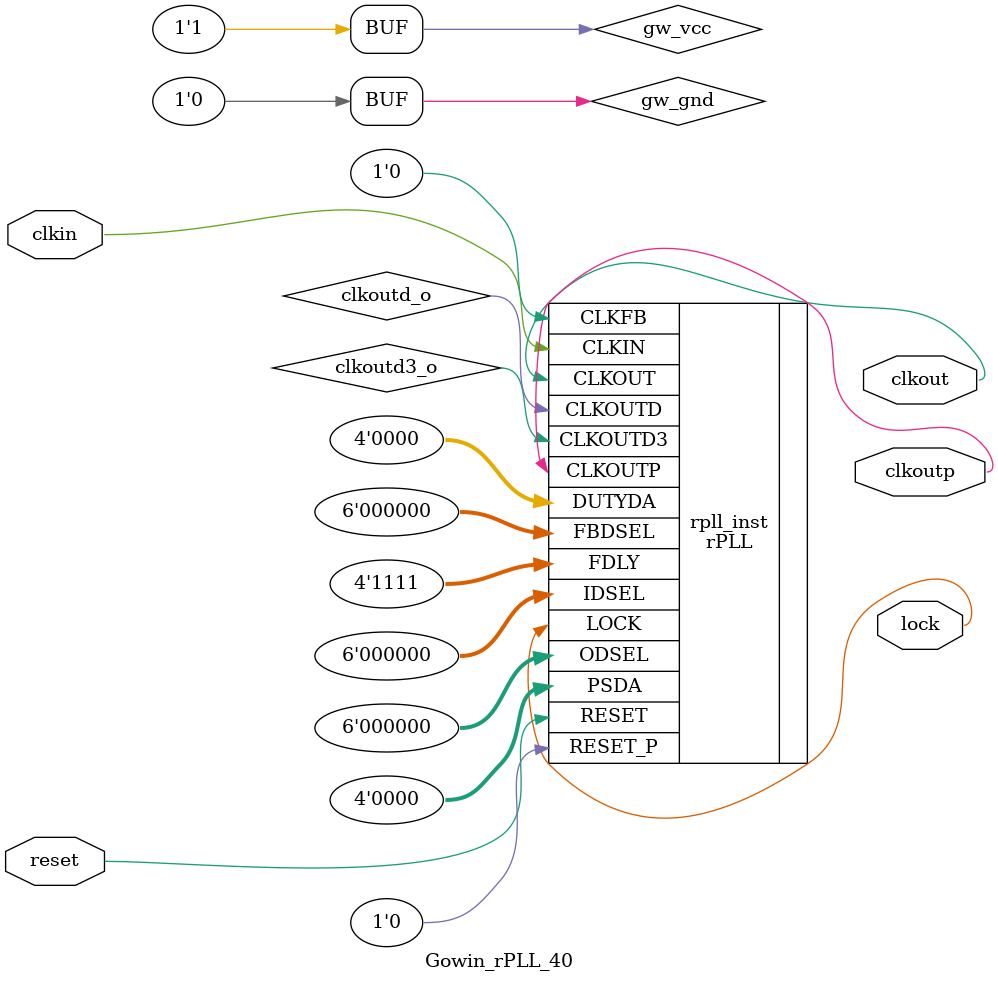
<source format=v>

module Gowin_rPLL_40 (clkout, lock, clkoutp, reset, clkin);

output clkout;
output lock;
output clkoutp;
input reset;
input clkin;

wire clkoutd_o;
wire clkoutd3_o;
wire gw_vcc;
wire gw_gnd;

assign gw_vcc = 1'b1;
assign gw_gnd = 1'b0;

rPLL rpll_inst (
    .CLKOUT(clkout),
    .LOCK(lock),
    .CLKOUTP(clkoutp),
    .CLKOUTD(clkoutd_o),
    .CLKOUTD3(clkoutd3_o),
    .RESET(reset),
    .RESET_P(gw_gnd),
    .CLKIN(clkin),
    .CLKFB(gw_gnd),
    .FBDSEL({gw_gnd,gw_gnd,gw_gnd,gw_gnd,gw_gnd,gw_gnd}),
    .IDSEL({gw_gnd,gw_gnd,gw_gnd,gw_gnd,gw_gnd,gw_gnd}),
    .ODSEL({gw_gnd,gw_gnd,gw_gnd,gw_gnd,gw_gnd,gw_gnd}),
    .PSDA({gw_gnd,gw_gnd,gw_gnd,gw_gnd}),
    .DUTYDA({gw_gnd,gw_gnd,gw_gnd,gw_gnd}),
    .FDLY({gw_vcc,gw_vcc,gw_vcc,gw_vcc})
);

defparam rpll_inst.FCLKIN = "40";
defparam rpll_inst.DYN_IDIV_SEL = "false";
defparam rpll_inst.IDIV_SEL = 0;
defparam rpll_inst.DYN_FBDIV_SEL = "false";
defparam rpll_inst.FBDIV_SEL = 0;
defparam rpll_inst.DYN_ODIV_SEL = "false";
defparam rpll_inst.ODIV_SEL = 16;
defparam rpll_inst.PSDA_SEL = "0000";
defparam rpll_inst.DYN_DA_EN = "false";
defparam rpll_inst.DUTYDA_SEL = "1000";
defparam rpll_inst.CLKOUT_FT_DIR = 1'b1;
defparam rpll_inst.CLKOUTP_FT_DIR = 1'b1;
defparam rpll_inst.CLKOUT_DLY_STEP = 0;
defparam rpll_inst.CLKOUTP_DLY_STEP = 0;
defparam rpll_inst.CLKFB_SEL = "internal";
defparam rpll_inst.CLKOUT_BYPASS = "false";
defparam rpll_inst.CLKOUTP_BYPASS = "false";
defparam rpll_inst.CLKOUTD_BYPASS = "false";
defparam rpll_inst.DYN_SDIV_SEL = 2;
defparam rpll_inst.CLKOUTD_SRC = "CLKOUT";
defparam rpll_inst.CLKOUTD3_SRC = "CLKOUT";
defparam rpll_inst.DEVICE = "GW2AR-18C";

endmodule //Gowin_rPLL_40

</source>
